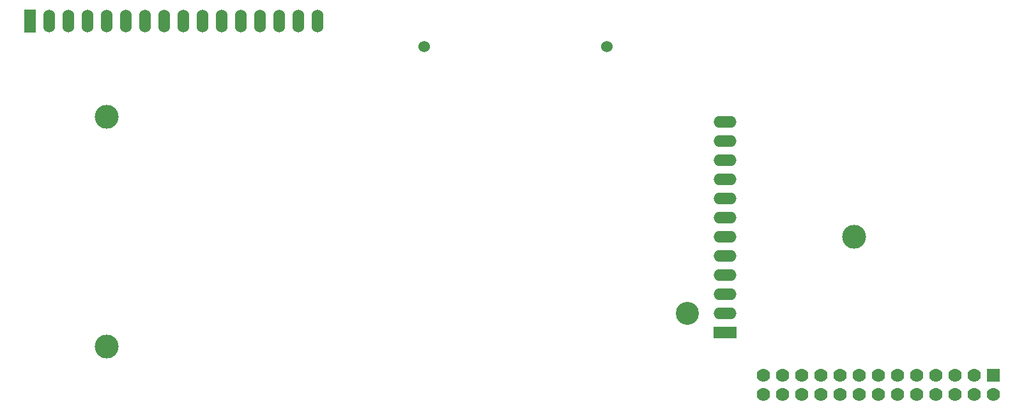
<source format=gbs>
G04 #@! TF.FileFunction,Soldermask,Bot*
%FSLAX46Y46*%
G04 Gerber Fmt 4.6, Leading zero omitted, Abs format (unit mm)*
G04 Created by KiCad (PCBNEW 4.0.5-e0-6337~49~ubuntu14.04.1) date Fri Dec 30 14:23:34 2016*
%MOMM*%
%LPD*%
G01*
G04 APERTURE LIST*
%ADD10C,0.150000*%
%ADD11C,1.524000*%
%ADD12R,1.778000X1.778000*%
%ADD13C,1.778000*%
%ADD14C,3.048000*%
%ADD15C,3.175000*%
%ADD16R,1.524000X3.048000*%
%ADD17O,1.524000X3.048000*%
%ADD18R,3.048000X1.524000*%
%ADD19O,3.048000X1.524000*%
G04 APERTURE END LIST*
D10*
D11*
X130937000Y-80835500D03*
X155194000Y-80835500D03*
D12*
X206375000Y-124460000D03*
D13*
X206375000Y-127000000D03*
X203835000Y-124460000D03*
X203835000Y-127000000D03*
X201295000Y-124460000D03*
X201295000Y-127000000D03*
X198755000Y-124460000D03*
X198755000Y-127000000D03*
X196215000Y-124460000D03*
X196215000Y-127000000D03*
X193675000Y-124460000D03*
X193675000Y-127000000D03*
X191135000Y-124460000D03*
X191135000Y-127000000D03*
X188595000Y-124460000D03*
X188595000Y-127000000D03*
X186055000Y-124460000D03*
X186055000Y-127000000D03*
X183515000Y-124460000D03*
X183515000Y-127000000D03*
X180975000Y-124460000D03*
X180975000Y-127000000D03*
X178435000Y-124460000D03*
X178435000Y-127000000D03*
X175895000Y-124460000D03*
X175895000Y-127000000D03*
D14*
X165862000Y-116205000D03*
D15*
X88900000Y-120650000D03*
X88900000Y-90170000D03*
X187960000Y-106045000D03*
D16*
X78740000Y-77470000D03*
D17*
X81280000Y-77470000D03*
X83820000Y-77470000D03*
X86360000Y-77470000D03*
X88900000Y-77470000D03*
X91440000Y-77470000D03*
X93980000Y-77470000D03*
X96520000Y-77470000D03*
X99060000Y-77470000D03*
X101600000Y-77470000D03*
X104140000Y-77470000D03*
X106680000Y-77470000D03*
X109220000Y-77470000D03*
X111760000Y-77470000D03*
X114300000Y-77470000D03*
X116840000Y-77470000D03*
D18*
X170815000Y-118745000D03*
D19*
X170815000Y-116205000D03*
X170815000Y-113665000D03*
X170815000Y-111125000D03*
X170815000Y-108585000D03*
X170815000Y-106045000D03*
X170815000Y-103505000D03*
X170815000Y-100965000D03*
X170815000Y-98425000D03*
X170815000Y-95885000D03*
X170815000Y-93345000D03*
X170815000Y-90805000D03*
M02*

</source>
